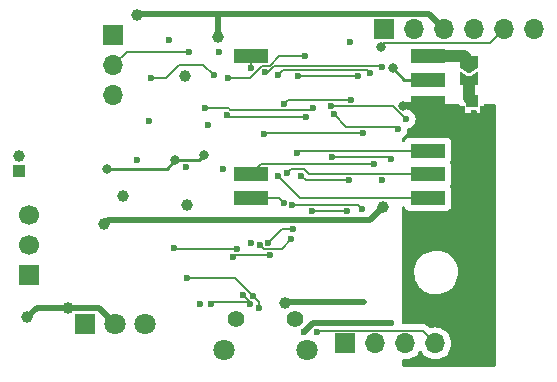
<source format=gbl>
%TF.GenerationSoftware,KiCad,Pcbnew,7.0.2-6a45011f42~172~ubuntu22.04.1*%
%TF.CreationDate,2023-04-30T08:48:56-06:00*%
%TF.ProjectId,fancy-node,66616e63-792d-46e6-9f64-652e6b696361,rev?*%
%TF.SameCoordinates,Original*%
%TF.FileFunction,Copper,L4,Bot*%
%TF.FilePolarity,Positive*%
%FSLAX46Y46*%
G04 Gerber Fmt 4.6, Leading zero omitted, Abs format (unit mm)*
G04 Created by KiCad (PCBNEW 7.0.2-6a45011f42~172~ubuntu22.04.1) date 2023-04-30 08:48:56*
%MOMM*%
%LPD*%
G01*
G04 APERTURE LIST*
G04 Aperture macros list*
%AMFreePoly0*
4,1,6,1.000000,0.000000,0.500000,-0.750000,-0.500000,-0.750000,-0.500000,0.750000,0.500000,0.750000,1.000000,0.000000,1.000000,0.000000,$1*%
%AMFreePoly1*
4,1,6,0.500000,-0.750000,-0.650000,-0.750000,-0.150000,0.000000,-0.650000,0.750000,0.500000,0.750000,0.500000,-0.750000,0.500000,-0.750000,$1*%
G04 Aperture macros list end*
%TA.AperFunction,SMDPad,CuDef*%
%ADD10R,0.990600X1.041400*%
%TD*%
%TA.AperFunction,SMDPad,CuDef*%
%ADD11R,1.041400X2.209800*%
%TD*%
%TA.AperFunction,ComponentPad*%
%ADD12R,1.700000X1.700000*%
%TD*%
%TA.AperFunction,ComponentPad*%
%ADD13O,1.700000X1.700000*%
%TD*%
%TA.AperFunction,ComponentPad*%
%ADD14C,1.408000*%
%TD*%
%TA.AperFunction,ComponentPad*%
%ADD15C,1.800000*%
%TD*%
%TA.AperFunction,ComponentPad*%
%ADD16R,1.800000X1.800000*%
%TD*%
%TA.AperFunction,ComponentPad*%
%ADD17R,1.000000X1.000000*%
%TD*%
%TA.AperFunction,ComponentPad*%
%ADD18C,1.000000*%
%TD*%
%TA.AperFunction,SMDPad,CuDef*%
%ADD19FreePoly0,270.000000*%
%TD*%
%TA.AperFunction,SMDPad,CuDef*%
%ADD20FreePoly1,270.000000*%
%TD*%
%TA.AperFunction,ComponentPad*%
%ADD21C,1.700000*%
%TD*%
%TA.AperFunction,SMDPad,CuDef*%
%ADD22R,2.999740X1.198880*%
%TD*%
%TA.AperFunction,ViaPad*%
%ADD23C,0.600000*%
%TD*%
%TA.AperFunction,ViaPad*%
%ADD24C,1.000000*%
%TD*%
%TA.AperFunction,ViaPad*%
%ADD25C,0.800000*%
%TD*%
%TA.AperFunction,Conductor*%
%ADD26C,0.150000*%
%TD*%
%TA.AperFunction,Conductor*%
%ADD27C,0.500000*%
%TD*%
%TA.AperFunction,Conductor*%
%ADD28C,0.250000*%
%TD*%
%TA.AperFunction,Conductor*%
%ADD29C,0.200000*%
%TD*%
%TA.AperFunction,Conductor*%
%ADD30C,1.000000*%
%TD*%
G04 APERTURE END LIST*
D10*
%TO.P,J7,1,1*%
%TO.N,/ANTENNA_UFL*%
X92552499Y-93974999D03*
D11*
%TO.P,J7,2,2*%
%TO.N,GND*%
X93700000Y-95500000D03*
%TO.P,J7,3,3*%
X91404998Y-95500000D03*
%TD*%
D12*
%TO.P,J2,1,Pin_1*%
%TO.N,GND*%
X85080000Y-87900000D03*
D13*
%TO.P,J2,2,Pin_2*%
%TO.N,VCC*%
X87620000Y-87900000D03*
%TO.P,J2,3,Pin_3*%
%TO.N,+BATT*%
X90160000Y-87900000D03*
%TO.P,J2,4,Pin_4*%
%TO.N,Net-(J2-Pin_4)*%
X92700000Y-87900000D03*
%TO.P,J2,5,Pin_5*%
%TO.N,Net-(J2-Pin_5)*%
X95240000Y-87900000D03*
%TO.P,J2,6,Pin_6*%
%TO.N,Net-(J2-Pin_6)*%
X97780000Y-87900000D03*
%TD*%
D14*
%TO.P,J1,P$6*%
%TO.N,N/C*%
X72550000Y-112400000D03*
%TO.P,J1,P$7*%
X77550000Y-112400000D03*
D15*
%TO.P,J1,P$12*%
X71550000Y-115100000D03*
%TO.P,J1,P$13*%
X78550000Y-115100000D03*
%TD*%
D12*
%TO.P,J5,1,Pin_1*%
%TO.N,VCC*%
X81820000Y-114500000D03*
D13*
%TO.P,J5,2,Pin_2*%
%TO.N,GND*%
X84360000Y-114500000D03*
%TO.P,J5,3,Pin_3*%
%TO.N,/SWDIO*%
X86900000Y-114500000D03*
%TO.P,J5,4,Pin_4*%
%TO.N,/BOOT0*%
X89440000Y-114500000D03*
%TD*%
D16*
%TO.P,SW4,1,A*%
%TO.N,unconnected-(SW4-A-Pad1)*%
X59750000Y-112862500D03*
D15*
%TO.P,SW4,2,B*%
%TO.N,/BATT_DIRECT*%
X62300000Y-112862500D03*
%TO.P,SW4,3,C*%
%TO.N,+BATT*%
X64850000Y-112862500D03*
%TD*%
D12*
%TO.P,J3,1,Pin_1*%
%TO.N,GND*%
X62175000Y-88395000D03*
D13*
%TO.P,J3,2,Pin_2*%
%TO.N,/EXTERNAL_LED*%
X62175000Y-90935000D03*
%TO.P,J3,3,Pin_3*%
%TO.N,+BATT*%
X62175000Y-93475000D03*
%TD*%
D17*
%TO.P,J6,1,Pin_1*%
%TO.N,GND*%
X54200000Y-99900000D03*
D18*
%TO.P,J6,2,Pin_2*%
%TO.N,Net-(J4-Pin_1)*%
X54200000Y-98650000D03*
%TD*%
D19*
%TO.P,JP2,1,A*%
%TO.N,Net-(JP2-A)*%
X92300000Y-90650000D03*
D20*
%TO.P,JP2,2,B*%
%TO.N,/ANTENNA_UFL*%
X92300000Y-92100000D03*
%TD*%
D12*
%TO.P,J4,1,Pin_1*%
%TO.N,Net-(J4-Pin_1)*%
X55000000Y-108740000D03*
D21*
%TO.P,J4,2,Pin_2*%
%TO.N,GND*%
X55000000Y-106200000D03*
%TO.P,J4,3,Pin_3*%
%TO.N,unconnected-(J4-Pin_3-Pad3)*%
X55000000Y-103660000D03*
%TD*%
D22*
%TO.P,U5,1,ANT*%
%TO.N,Net-(JP2-A)*%
X88798080Y-90175520D03*
%TO.P,U5,2,3.3V*%
%TO.N,VCC*%
X88798080Y-92177040D03*
%TO.P,U5,3,GND*%
%TO.N,GND*%
X88798080Y-94176020D03*
%TO.P,U5,5,MOSI*%
%TO.N,/MOSI*%
X88798080Y-98173980D03*
%TO.P,U5,6,SCK*%
%TO.N,/SCK*%
X88798080Y-100172960D03*
%TO.P,U5,7,NSS*%
%TO.N,/NSS*%
X88798080Y-102174480D03*
%TO.P,U5,8,MISO*%
%TO.N,/MISO*%
X73801920Y-102174480D03*
%TO.P,U5,9,DIO0*%
%TO.N,/DIO0*%
X73801920Y-100172960D03*
%TO.P,U5,14,GND*%
%TO.N,GND*%
X73801920Y-90175520D03*
%TD*%
D23*
%TO.N,/~{DTR}*%
X72300000Y-107200000D03*
X75398234Y-107049000D03*
%TO.N,GND*%
X70200000Y-96000000D03*
X71082500Y-89817500D03*
D24*
X94000000Y-112700000D03*
X91400000Y-102600000D03*
D23*
X73813336Y-91144907D03*
X66900000Y-88800000D03*
X71458866Y-99710378D03*
X92700000Y-95000000D03*
X65200000Y-95700000D03*
D24*
X76700955Y-111070531D03*
X88000000Y-104000000D03*
D23*
X80100000Y-111000000D03*
D24*
X94000000Y-97700000D03*
X89200000Y-112400000D03*
X94000000Y-115700000D03*
X63000000Y-102000000D03*
X88100000Y-106400000D03*
D23*
X83244570Y-110971030D03*
X84900000Y-100700000D03*
D24*
X94000000Y-100700000D03*
X94000000Y-106700000D03*
D23*
X68300000Y-99600000D03*
D24*
X94000000Y-103700000D03*
D23*
X82200000Y-89000000D03*
D24*
X89500000Y-95800000D03*
D25*
X86700000Y-94400000D03*
D24*
X68400000Y-102800000D03*
D23*
X64200000Y-99000000D03*
D24*
X94000000Y-109700000D03*
D23*
X69500000Y-111200000D03*
D24*
%TO.N,VCC*%
X68200000Y-91900000D03*
D25*
X85845592Y-91207779D03*
X69882602Y-98570355D03*
X67400000Y-99000000D03*
D23*
X73800000Y-106000000D03*
D25*
X61600000Y-99700000D03*
D24*
%TO.N,+BATT*%
X71000000Y-88600000D03*
X64200000Y-86700000D03*
%TO.N,/BATT_DIRECT*%
X84995899Y-102948980D03*
X54900000Y-112300000D03*
X61400000Y-104400000D03*
X58300000Y-111512500D03*
D23*
%TO.N,/VBATT_DIV*%
X72620403Y-106475500D03*
X67300000Y-106400000D03*
%TO.N,VBUS*%
X78300000Y-113554000D03*
X85700000Y-112800000D03*
X79686181Y-112786179D03*
%TO.N,Net-(U2-NRST)*%
X74900625Y-96731445D03*
X83300000Y-96700000D03*
%TO.N,Net-(D1-A)*%
X82100000Y-100700000D03*
X78100000Y-100300000D03*
%TO.N,/USB+*%
X70400000Y-111200000D03*
X73730184Y-111174541D03*
X73127708Y-110372292D03*
%TO.N,/USB-*%
X74000000Y-110500000D03*
X68400000Y-109000000D03*
X74501441Y-111470247D03*
%TO.N,/EXTERNAL_LED*%
X68600000Y-89800000D03*
%TO.N,/AUX0*%
X76600000Y-94200000D03*
X82300000Y-93875500D03*
%TO.N,/AUX1*%
X83911399Y-91584492D03*
X76100000Y-91800000D03*
%TO.N,/AUX2*%
X84900000Y-91069500D03*
X74992270Y-91524460D03*
%TO.N,/SWDIO*%
X80851849Y-95105923D03*
X86275500Y-96348430D03*
%TO.N,/BOOT0*%
X86950498Y-95500000D03*
X80600000Y-94400000D03*
X79450000Y-113550000D03*
D25*
%TO.N,Net-(J2-Pin_5)*%
X84800000Y-89400000D03*
D23*
%TO.N,Net-(U2-PB1)*%
X71800000Y-95200000D03*
X78500000Y-95300000D03*
X71900000Y-92000000D03*
X78400000Y-90200000D03*
%TO.N,/~{STDBY}*%
X77320661Y-102805918D03*
X83184948Y-103103735D03*
%TO.N,/~{CHRG}*%
X81997428Y-103323088D03*
X79000000Y-103323088D03*
%TO.N,Net-(U2-PB2)*%
X79100000Y-94600000D03*
X69900000Y-94600000D03*
%TO.N,/USART_RX*%
X77383394Y-104827600D03*
X75275234Y-105980296D03*
%TO.N,/USART_TX*%
X74548648Y-106164218D03*
X77238000Y-105700000D03*
%TO.N,Net-(U2-PA8)*%
X80700000Y-98700000D03*
X85700000Y-98900000D03*
%TO.N,/NSS*%
X76100000Y-100300000D03*
%TO.N,/SCK*%
X76900000Y-100100000D03*
%TO.N,/MISO*%
X76600000Y-102600000D03*
%TO.N,/MOSI*%
X77700000Y-98400000D03*
%TO.N,/DIO0*%
X84200000Y-99300000D03*
%TO.N,/INTERNAL_LED*%
X77770878Y-91893501D03*
X82864299Y-91846352D03*
%TO.N,Net-(R3-Pad2)*%
X65400000Y-92000000D03*
X70700000Y-91800000D03*
D24*
%TO.N,Net-(JP2-A)*%
X90900000Y-90200000D03*
%TD*%
D26*
%TO.N,/~{DTR}*%
X72451000Y-107049000D02*
X75398234Y-107049000D01*
X72300000Y-107200000D02*
X72451000Y-107049000D01*
%TO.N,/USART_RX*%
X76427930Y-104827600D02*
X75275234Y-105980296D01*
%TO.N,/USART_TX*%
X74908930Y-106524500D02*
X74548648Y-106164218D01*
X77238000Y-105700000D02*
X76413500Y-106524500D01*
X76413500Y-106524500D02*
X74908930Y-106524500D01*
%TO.N,/USART_RX*%
X77383394Y-104827600D02*
X76427930Y-104827600D01*
%TO.N,/VBATT_DIV*%
X67400000Y-106500000D02*
X72595903Y-106500000D01*
X67300000Y-106400000D02*
X67400000Y-106500000D01*
X72595903Y-106500000D02*
X72620403Y-106475500D01*
D27*
%TO.N,GND*%
X76771486Y-111000000D02*
X76700955Y-111070531D01*
X80100000Y-111000000D02*
X76771486Y-111000000D01*
X80100000Y-111000000D02*
X83400000Y-111000000D01*
D28*
X88798080Y-94176020D02*
X86923980Y-94176020D01*
D29*
X73801920Y-91133491D02*
X73813336Y-91144907D01*
D27*
X83273540Y-111000000D02*
X83244570Y-110971030D01*
D28*
X86923980Y-94176020D02*
X86700000Y-94400000D01*
D29*
X73801920Y-90175520D02*
X73801920Y-91133491D01*
D27*
X83400000Y-111000000D02*
X83273540Y-111000000D01*
D28*
%TO.N,VCC*%
X66700000Y-99700000D02*
X61600000Y-99700000D01*
X67400000Y-99000000D02*
X69452957Y-99000000D01*
X69452957Y-99000000D02*
X69882602Y-98570355D01*
X86814853Y-92177040D02*
X85845592Y-91207779D01*
X67400000Y-99000000D02*
X66700000Y-99700000D01*
X88798080Y-92177040D02*
X86814853Y-92177040D01*
D27*
%TO.N,+BATT*%
X88860000Y-86600000D02*
X71000000Y-86600000D01*
X71000000Y-86600000D02*
X64300000Y-86600000D01*
X90160000Y-87900000D02*
X88860000Y-86600000D01*
X64300000Y-86600000D02*
X64200000Y-86700000D01*
X71000000Y-86600000D02*
X71000000Y-88600000D01*
%TO.N,/BATT_DIRECT*%
X54900000Y-112300000D02*
X55687500Y-111512500D01*
X61721900Y-104078100D02*
X83866779Y-104078100D01*
X55687500Y-111512500D02*
X58300000Y-111512500D01*
X58300000Y-111512500D02*
X60950000Y-111512500D01*
X61400000Y-104400000D02*
X61721900Y-104078100D01*
X60950000Y-111512500D02*
X62300000Y-112862500D01*
X83866779Y-104078100D02*
X84995899Y-102948980D01*
%TO.N,VBUS*%
X78300000Y-113554000D02*
X79067821Y-112786179D01*
X85700000Y-112800000D02*
X79700002Y-112800000D01*
X79067821Y-112786179D02*
X79686181Y-112786179D01*
X79700002Y-112800000D02*
X79686181Y-112786179D01*
D26*
%TO.N,Net-(U2-NRST)*%
X74932070Y-96700000D02*
X74900625Y-96731445D01*
X83300000Y-96700000D02*
X74932070Y-96700000D01*
%TO.N,Net-(D1-A)*%
X82100000Y-100700000D02*
X78500000Y-100700000D01*
X78500000Y-100700000D02*
X78100000Y-100300000D01*
D29*
%TO.N,/USB+*%
X73555643Y-111000000D02*
X73730184Y-111174541D01*
X73730184Y-111174541D02*
X73730184Y-110974768D01*
X70600000Y-111000000D02*
X73555643Y-111000000D01*
X73730184Y-110974768D02*
X73127708Y-110372292D01*
X70400000Y-111200000D02*
X70600000Y-111000000D01*
%TO.N,/USB-*%
X74000000Y-110500000D02*
X74501441Y-111001441D01*
X68400000Y-109000000D02*
X72500000Y-109000000D01*
X74501441Y-111001441D02*
X74501441Y-111470247D01*
X72500000Y-109000000D02*
X74000000Y-110500000D01*
%TO.N,/EXTERNAL_LED*%
X68600000Y-89800000D02*
X63310000Y-89800000D01*
X63310000Y-89800000D02*
X62175000Y-90935000D01*
D26*
%TO.N,/AUX0*%
X76924500Y-93875500D02*
X82300000Y-93875500D01*
X76600000Y-94200000D02*
X76924500Y-93875500D01*
%TO.N,/AUX1*%
X83648759Y-91321852D02*
X83911399Y-91584492D01*
X76100000Y-91800000D02*
X76578148Y-91321852D01*
X76578148Y-91321852D02*
X83648759Y-91321852D01*
%TO.N,/AUX2*%
X84852851Y-91022351D02*
X75801207Y-91022351D01*
X75299098Y-91524460D02*
X74992270Y-91524460D01*
X84900000Y-91069500D02*
X84852851Y-91022351D01*
X75801207Y-91022351D02*
X75299098Y-91524460D01*
%TO.N,/SWDIO*%
X81907076Y-96161150D02*
X86088220Y-96161150D01*
X80851849Y-95105923D02*
X81907076Y-96161150D01*
X86088220Y-96161150D02*
X86275500Y-96348430D01*
%TO.N,/BOOT0*%
X85816823Y-94400000D02*
X80600000Y-94400000D01*
X88365000Y-113425000D02*
X79575000Y-113425000D01*
X86916823Y-95500000D02*
X85816823Y-94400000D01*
X86950498Y-95500000D02*
X86916823Y-95500000D01*
X89440000Y-114500000D02*
X88365000Y-113425000D01*
X79575000Y-113425000D02*
X79450000Y-113550000D01*
%TO.N,Net-(J2-Pin_5)*%
X85125000Y-89075000D02*
X84800000Y-89400000D01*
X94065000Y-89075000D02*
X85125000Y-89075000D01*
X95240000Y-87900000D02*
X94065000Y-89075000D01*
%TO.N,Net-(U2-PB1)*%
X78500000Y-95300000D02*
X71900000Y-95300000D01*
X73752018Y-92000000D02*
X74752058Y-90999960D01*
X74752058Y-90999960D02*
X75399334Y-90999960D01*
X71900000Y-95300000D02*
X71800000Y-95200000D01*
X75399334Y-90999960D02*
X76199294Y-90200000D01*
X76199294Y-90200000D02*
X78400000Y-90200000D01*
X71900000Y-92000000D02*
X73752018Y-92000000D01*
%TO.N,/~{STDBY}*%
X77327991Y-102798588D02*
X77320661Y-102805918D01*
X83184948Y-103103735D02*
X82879801Y-102798588D01*
X82879801Y-102798588D02*
X77327991Y-102798588D01*
%TO.N,/~{CHRG}*%
X81997428Y-103323088D02*
X79000000Y-103323088D01*
%TO.N,Net-(U2-PB2)*%
X78975500Y-94724500D02*
X72066256Y-94724500D01*
X79100000Y-94600000D02*
X78975500Y-94724500D01*
X71941756Y-94600000D02*
X69900000Y-94600000D01*
X72066256Y-94724500D02*
X71941756Y-94600000D01*
%TO.N,Net-(U2-PA8)*%
X85700000Y-98900000D02*
X85500000Y-98700000D01*
X85500000Y-98700000D02*
X80700000Y-98700000D01*
%TO.N,/NSS*%
X77974480Y-102174480D02*
X76100000Y-100300000D01*
X88798080Y-102174480D02*
X77974480Y-102174480D01*
%TO.N,/SCK*%
X77224500Y-99775500D02*
X76900000Y-100100000D01*
X88798080Y-100172960D02*
X78714716Y-100172960D01*
X78714716Y-100172960D02*
X78317256Y-99775500D01*
X78317256Y-99775500D02*
X77224500Y-99775500D01*
%TO.N,/MISO*%
X73801920Y-102174480D02*
X76174480Y-102174480D01*
X76174480Y-102174480D02*
X76600000Y-102600000D01*
%TO.N,/MOSI*%
X77926020Y-98173980D02*
X88798080Y-98173980D01*
X77700000Y-98400000D02*
X77926020Y-98173980D01*
%TO.N,/DIO0*%
X74674880Y-99300000D02*
X84200000Y-99300000D01*
X73801920Y-100172960D02*
X74674880Y-99300000D01*
%TO.N,/INTERNAL_LED*%
X77818027Y-91846352D02*
X77770878Y-91893501D01*
X82864299Y-91846352D02*
X77818027Y-91846352D01*
%TO.N,Net-(R3-Pad2)*%
X69800000Y-90900000D02*
X70700000Y-91800000D01*
X67700000Y-90900000D02*
X69800000Y-90900000D01*
X65400000Y-92000000D02*
X66600000Y-92000000D01*
X66600000Y-92000000D02*
X67700000Y-90900000D01*
D30*
%TO.N,/ANTENNA_UFL*%
X92300000Y-93722500D02*
X92300000Y-92600000D01*
D27*
X92300000Y-92100000D02*
X92300000Y-92600000D01*
D30*
X92552499Y-93974999D02*
X92300000Y-93722500D01*
%TO.N,Net-(JP2-A)*%
X88822560Y-90200000D02*
X90900000Y-90200000D01*
X90900000Y-90200000D02*
X91850000Y-90200000D01*
X91850000Y-90200000D02*
X92300000Y-90650000D01*
X88798080Y-90175520D02*
X88822560Y-90200000D01*
%TD*%
%TA.AperFunction,Conductor*%
%TO.N,GND*%
G36*
X91414794Y-94219685D02*
G01*
X91456173Y-94263820D01*
X91472773Y-94293727D01*
X91474592Y-94297003D01*
X91494404Y-94320081D01*
X91503856Y-94332616D01*
X91527537Y-94368548D01*
X91526588Y-94369172D01*
X91553865Y-94419125D01*
X91556699Y-94445482D01*
X91556699Y-94540259D01*
X91556699Y-94540277D01*
X91556700Y-94543571D01*
X91557052Y-94546851D01*
X91557053Y-94546858D01*
X91563108Y-94603183D01*
X91587658Y-94669005D01*
X91613403Y-94738030D01*
X91699653Y-94853245D01*
X91814868Y-94939495D01*
X91949716Y-94989790D01*
X92009326Y-94996199D01*
X93095671Y-94996198D01*
X93155282Y-94989790D01*
X93290130Y-94939495D01*
X93405345Y-94853245D01*
X93491595Y-94738030D01*
X93541890Y-94603182D01*
X93548299Y-94543572D01*
X93548298Y-94323999D01*
X93567982Y-94256961D01*
X93620786Y-94211206D01*
X93672298Y-94200000D01*
X94337789Y-94200000D01*
X94361980Y-94202383D01*
X94421480Y-94214218D01*
X94466175Y-94232730D01*
X94506272Y-94259522D01*
X94540477Y-94293727D01*
X94567267Y-94333822D01*
X94585781Y-94378519D01*
X94597616Y-94438019D01*
X94599999Y-94462210D01*
X94599999Y-116237789D01*
X94597616Y-116261980D01*
X94585781Y-116321480D01*
X94567267Y-116366179D01*
X94540481Y-116406268D01*
X94506269Y-116440479D01*
X94471975Y-116463394D01*
X94466179Y-116467267D01*
X94421482Y-116485781D01*
X94391578Y-116491729D01*
X94364491Y-116497117D01*
X94340303Y-116499500D01*
X86859697Y-116499500D01*
X86835507Y-116497117D01*
X86817334Y-116493502D01*
X86778518Y-116485781D01*
X86733822Y-116467267D01*
X86693727Y-116440477D01*
X86659522Y-116406272D01*
X86632730Y-116366175D01*
X86614218Y-116321480D01*
X86602383Y-116261980D01*
X86600000Y-116237789D01*
X86600000Y-115964734D01*
X86619685Y-115897695D01*
X86672489Y-115851940D01*
X86734807Y-115841206D01*
X86900000Y-115855659D01*
X87135408Y-115835063D01*
X87363663Y-115773903D01*
X87577830Y-115674035D01*
X87771401Y-115538495D01*
X87938495Y-115371401D01*
X88068427Y-115185838D01*
X88123001Y-115142216D01*
X88192499Y-115135022D01*
X88254854Y-115166545D01*
X88271572Y-115185838D01*
X88401505Y-115371401D01*
X88568599Y-115538495D01*
X88762170Y-115674035D01*
X88976337Y-115773903D01*
X89204592Y-115835062D01*
X89204592Y-115835063D01*
X89439999Y-115855659D01*
X89439999Y-115855658D01*
X89440000Y-115855659D01*
X89675408Y-115835063D01*
X89903663Y-115773903D01*
X90117830Y-115674035D01*
X90311401Y-115538495D01*
X90478495Y-115371401D01*
X90614035Y-115177830D01*
X90713903Y-114963663D01*
X90775063Y-114735408D01*
X90795659Y-114500000D01*
X90775063Y-114264592D01*
X90713903Y-114036337D01*
X90614035Y-113822171D01*
X90478495Y-113628599D01*
X90311401Y-113461505D01*
X90117830Y-113325965D01*
X89903663Y-113226097D01*
X89825431Y-113205135D01*
X89675407Y-113164936D01*
X89440000Y-113144340D01*
X89204591Y-113164936D01*
X89048357Y-113206798D01*
X88978508Y-113205135D01*
X88928584Y-113174704D01*
X88804360Y-113050480D01*
X88793666Y-113038286D01*
X88775452Y-113014549D01*
X88745271Y-112991391D01*
X88745268Y-112991388D01*
X88661679Y-112927248D01*
X88656759Y-112922933D01*
X88515236Y-112864313D01*
X88402732Y-112849501D01*
X88402708Y-112849499D01*
X88365000Y-112844534D01*
X88335345Y-112848439D01*
X88319160Y-112849500D01*
X86724000Y-112849500D01*
X86656961Y-112829815D01*
X86611206Y-112777011D01*
X86600000Y-112725500D01*
X86600000Y-108567764D01*
X87645787Y-108567764D01*
X87675413Y-108837016D01*
X87743928Y-109099087D01*
X87849871Y-109348392D01*
X87990982Y-109579611D01*
X88080253Y-109686881D01*
X88164255Y-109787820D01*
X88365998Y-109968582D01*
X88591910Y-110118044D01*
X88698211Y-110167876D01*
X88837177Y-110233021D01*
X89096562Y-110311058D01*
X89096569Y-110311060D01*
X89364561Y-110350500D01*
X89364564Y-110350500D01*
X89565369Y-110350500D01*
X89567631Y-110350500D01*
X89770156Y-110335677D01*
X90034553Y-110276780D01*
X90287558Y-110180014D01*
X90523777Y-110047441D01*
X90738177Y-109881888D01*
X90926186Y-109686881D01*
X91083799Y-109466579D01*
X91207656Y-109225675D01*
X91295118Y-108969305D01*
X91344319Y-108702933D01*
X91354212Y-108432235D01*
X91324586Y-108162982D01*
X91256072Y-107900912D01*
X91150130Y-107651610D01*
X91009018Y-107420390D01*
X91009017Y-107420388D01*
X90835746Y-107212181D01*
X90730759Y-107118112D01*
X90634002Y-107031418D01*
X90408090Y-106881956D01*
X90408086Y-106881954D01*
X90162822Y-106766978D01*
X89903437Y-106688941D01*
X89903431Y-106688940D01*
X89635439Y-106649500D01*
X89432369Y-106649500D01*
X89430120Y-106649664D01*
X89430109Y-106649665D01*
X89229843Y-106664322D01*
X88965449Y-106723219D01*
X88712441Y-106819986D01*
X88476223Y-106952559D01*
X88261825Y-107118109D01*
X88073813Y-107313120D01*
X87916201Y-107533420D01*
X87792342Y-107774329D01*
X87704881Y-108030695D01*
X87655680Y-108297066D01*
X87645787Y-108567764D01*
X86600000Y-108567764D01*
X86600000Y-103021425D01*
X86619685Y-102954386D01*
X86672489Y-102908631D01*
X86741647Y-102898687D01*
X86805203Y-102927712D01*
X86840181Y-102978090D01*
X86854414Y-103016251D01*
X86940664Y-103131466D01*
X87055879Y-103217716D01*
X87190727Y-103268011D01*
X87250337Y-103274420D01*
X90345822Y-103274419D01*
X90405433Y-103268011D01*
X90540281Y-103217716D01*
X90655496Y-103131466D01*
X90741746Y-103016251D01*
X90792041Y-102881403D01*
X90798450Y-102821793D01*
X90798449Y-101527168D01*
X90792041Y-101467557D01*
X90741746Y-101332709D01*
X90678353Y-101248028D01*
X90653938Y-101182567D01*
X90668789Y-101114294D01*
X90678348Y-101099418D01*
X90741746Y-101014731D01*
X90792041Y-100879883D01*
X90798450Y-100820273D01*
X90798449Y-99525648D01*
X90792041Y-99466037D01*
X90741746Y-99331189D01*
X90679305Y-99247779D01*
X90654889Y-99182317D01*
X90669740Y-99114044D01*
X90679301Y-99099165D01*
X90741746Y-99015751D01*
X90792041Y-98880903D01*
X90798450Y-98821293D01*
X90798449Y-97526668D01*
X90792041Y-97467057D01*
X90741746Y-97332209D01*
X90655496Y-97216994D01*
X90540281Y-97130744D01*
X90405433Y-97080449D01*
X90345823Y-97074040D01*
X90342500Y-97074040D01*
X87253649Y-97074040D01*
X87253630Y-97074040D01*
X87250338Y-97074041D01*
X87247058Y-97074393D01*
X87247050Y-97074394D01*
X87190725Y-97080449D01*
X87055879Y-97130744D01*
X86940664Y-97216994D01*
X86854413Y-97332211D01*
X86840180Y-97370370D01*
X86798308Y-97426303D01*
X86732844Y-97450719D01*
X86664571Y-97435866D01*
X86615166Y-97386461D01*
X86600000Y-97327038D01*
X86599999Y-97158470D01*
X86619684Y-97091435D01*
X86658025Y-97053481D01*
X86777762Y-96978246D01*
X86905316Y-96850692D01*
X87001289Y-96697952D01*
X87060868Y-96527685D01*
X87077740Y-96377939D01*
X87104806Y-96313526D01*
X87160003Y-96274783D01*
X87300020Y-96225789D01*
X87452760Y-96129816D01*
X87580314Y-96002262D01*
X87676287Y-95849522D01*
X87735866Y-95679255D01*
X87756063Y-95500000D01*
X87735866Y-95320745D01*
X87676287Y-95150478D01*
X87580314Y-94997738D01*
X87580313Y-94997737D01*
X87580312Y-94997735D01*
X87452762Y-94870185D01*
X87390365Y-94830978D01*
X87300020Y-94774211D01*
X87129753Y-94714632D01*
X87129751Y-94714631D01*
X87129749Y-94714631D01*
X86965033Y-94696072D01*
X86900619Y-94669005D01*
X86891236Y-94660533D01*
X86678576Y-94447873D01*
X86645091Y-94386550D01*
X86650075Y-94316858D01*
X86691947Y-94260925D01*
X86697352Y-94257100D01*
X86733822Y-94232732D01*
X86778514Y-94214219D01*
X86838028Y-94202381D01*
X86862211Y-94200000D01*
X91347755Y-94200000D01*
X91414794Y-94219685D01*
G37*
%TD.AperFunction*%
%TD*%
M02*

</source>
